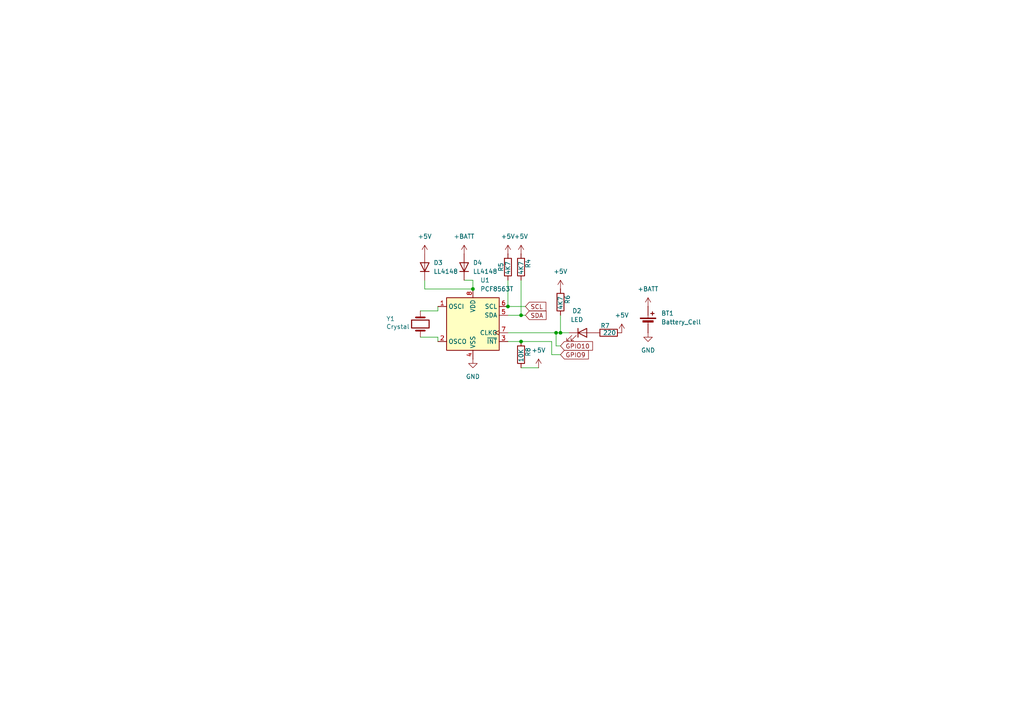
<source format=kicad_sch>
(kicad_sch (version 20250114) (generator "eeschema") (generator_version "9.0")
  (paper "A4")
  (title_block (title "Raspberry Pi Pico Logger - RTC") (date "2025-06-21") (rev "2.0") (company "Creator: Piotr Kłyś"))
  (lib_symbols
    (symbol "Device:Battery_Cell" (pin_numbers (hide yes)) (pin_names (offset 0) (hide yes))
      (property "Reference" "BT" (at 2.54 2.54 0))
      (property "Value" "Battery_Cell" (at 2.54 0 0))
      (symbol "Battery_Cell_0_1"
        (rectangle (start -2.286 1.778) (end 2.286 1.524) (fill (type outline)))
        (rectangle (start -1.524 1.016) (end 1.524 0.508) (fill (type outline)))
        (polyline (pts (xy 0 1.778) (xy 0 2.54)))
        (polyline (pts (xy 0 0.762) (xy 0 0)))
        (polyline (pts (xy 0.762 3.048) (xy 1.778 3.048)) (stroke (width 0.254)))
        (polyline (pts (xy 1.27 3.556) (xy 1.27 2.54)) (stroke (width 0.254)))
      )
      (symbol "Battery_Cell_1_1"
        (pin passive line (at 0 5.08 270) (length 2.54) (name "+") (number "1"))
        (pin passive line (at 0 -2.54 90) (length 2.54) (name "-") (number "2"))
      )
    )
    (symbol "Device:Crystal" (pin_numbers (hide yes)) (pin_names (offset 1.016) (hide yes))
      (property "Reference" "Y" (at 0 3.81 0))
      (property "Value" "Crystal" (at 0 -3.81 0))
      (symbol "Crystal_0_1"
        (polyline (pts (xy -2.54 0) (xy -1.905 0)))
        (polyline (pts (xy -1.905 -1.27) (xy -1.905 1.27)) (stroke (width 0.508)))
        (rectangle (start -1.143 2.54) (end 1.143 -2.54) (stroke (width 0.3048)))
        (polyline (pts (xy 1.905 -1.27) (xy 1.905 1.27)) (stroke (width 0.508)))
        (polyline (pts (xy 2.54 0) (xy 1.905 0)))
      )
      (symbol "Crystal_1_1"
        (pin passive line (at -3.81 0 0) (length 1.27) (name "1") (number "1"))
        (pin passive line (at 3.81 0 180) (length 1.27) (name "2") (number "2"))
      )
    )
    (symbol "Device:LED" (pin_numbers (hide yes)) (pin_names (offset 1.016) (hide yes))
      (property "Reference" "D" (at 0 2.54 0))
      (property "Value" "LED" (at 0 -2.54 0))
      (symbol "LED_0_1"
        (polyline (pts (xy -3.048 -0.762) (xy -4.572 -2.286) (xy -3.81 -2.286) (xy -4.572 -2.286) (xy -4.572 -1.524)))
        (polyline (pts (xy -1.778 -0.762) (xy -3.302 -2.286) (xy -2.54 -2.286) (xy -3.302 -2.286) (xy -3.302 -1.524)))
        (polyline (pts (xy -1.27 0) (xy 1.27 0)))
        (polyline (pts (xy -1.27 -1.27) (xy -1.27 1.27)) (stroke (width 0.254)))
        (polyline (pts (xy 1.27 -1.27) (xy 1.27 1.27) (xy -1.27 0) (xy 1.27 -1.27)) (stroke (width 0.254)))
      )
      (symbol "LED_1_1"
        (pin passive line (at -3.81 0 0) (length 2.54) (name "K") (number "1"))
        (pin passive line (at 3.81 0 180) (length 2.54) (name "A") (number "2"))
      )
    )
    (symbol "Device:R" (pin_numbers (hide yes)) (pin_names (offset 0))
      (property "Reference" "R" (at 2.032 0 90))
      (property "Value" "R" (at 0 0 90))
      (symbol "R_0_1"
        (rectangle (start -1.016 -2.54) (end 1.016 2.54) (stroke (width 0.254)))
      )
      (symbol "R_1_1"
        (pin passive line (at 0 3.81 270) (length 1.27) (name "~") (number "1"))
        (pin passive line (at 0 -3.81 90) (length 1.27) (name "~") (number "2"))
      )
    )
    (symbol "Diode:LL4148" (pin_numbers (hide yes)) (pin_names (hide yes))
      (property "Reference" "D" (at 0 2.54 0))
      (property "Value" "LL4148" (at 0 -2.54 0))
      (symbol "LL4148_0_1"
        (polyline (pts (xy -1.27 1.27) (xy -1.27 -1.27)) (stroke (width 0.254)))
        (polyline (pts (xy 1.27 1.27) (xy 1.27 -1.27) (xy -1.27 0) (xy 1.27 1.27)) (stroke (width 0.254)))
        (polyline (pts (xy 1.27 0) (xy -1.27 0)))
      )
      (symbol "LL4148_1_1"
        (pin passive line (at -3.81 0 0) (length 2.54) (name "K") (number "1"))
        (pin passive line (at 3.81 0 180) (length 2.54) (name "A") (number "2"))
      )
    )
    (symbol "Timer_RTC:PCF8563T"
      (property "Reference" "U" (at -7.62 8.89 0))
      (property "Value" "PCF8563T" (at 2.54 8.89 0))
      (symbol "PCF8563T_0_1"
        (rectangle (start -7.62 7.62) (end 7.62 -7.62) (stroke (width 0.254)) (fill (type background)))
      )
      (symbol "PCF8563T_1_1"
        (pin input line (at -10.16 5.08 0) (length 2.54) (name "OSCI") (number "1"))
        (pin output line (at -10.16 -5.08 0) (length 2.54) (name "OSCO") (number "2"))
        (pin power_in line (at 0 10.16 270) (length 2.54) (name "VDD") (number "8"))
        (pin power_in line (at 0 -10.16 90) (length 2.54) (name "VSS") (number "4"))
        (pin input line (at 10.16 5.08 180) (length 2.54) (name "SCL") (number "6"))
        (pin bidirectional line (at 10.16 2.54 180) (length 2.54) (name "SDA") (number "5"))
        (pin output clock (at 10.16 -2.54 180) (length 2.54) (name "CLKO") (number "7"))
        (pin output line (at 10.16 -5.08 180) (length 2.54) (name "~{INT}") (number "3"))
      )
    )
    (symbol "power:+5V" (power) (pin_numbers (hide yes)) (pin_names (offset 0) (hide yes))
      (property "Value" "+5V" (at 0 3.556 0))
      (symbol "+5V_0_1"
        (polyline (pts (xy -0.762 1.27) (xy 0 2.54)))
        (polyline (pts (xy 0 2.54) (xy 0.762 1.27)))
        (polyline (pts (xy 0 0) (xy 0 2.54)))
      )
      (symbol "+5V_1_1"
        (pin power_in line (at 0 0 90) (length 0) (name "~") (number "1"))
      )
    )
    (symbol "power:+BATT" (power) (pin_numbers (hide yes)) (pin_names (offset 0) (hide yes))
      (property "Value" "+BATT" (at 0 3.556 0))
      (symbol "+BATT_0_1"
        (polyline (pts (xy -0.762 1.27) (xy 0 2.54)))
        (polyline (pts (xy 0 2.54) (xy 0.762 1.27)))
        (polyline (pts (xy 0 0) (xy 0 2.54)))
      )
      (symbol "+BATT_1_1"
        (pin power_in line (at 0 0 90) (length 0) (name "~") (number "1"))
      )
    )
    (symbol "power:GND" (power) (pin_numbers (hide yes)) (pin_names (offset 0) (hide yes))
      (property "Value" "GND" (at 0 -3.81 0))
      (symbol "GND_0_1"
        (polyline (pts (xy 0 0) (xy 0 -1.27) (xy 1.27 -1.27) (xy 0 -2.54) (xy -1.27 -1.27) (xy 0 -1.27)))
      )
      (symbol "GND_1_1"
        (pin power_in line (at 0 0 270) (length 0) (name "~") (number "1"))
      )
    )
  )
  (junction (at 137.16 83.82))
  (junction (at 151.13 91.44))
  (junction (at 161.29 96.52))
  (junction (at 147.32 88.9))
  (junction (at 151.13 99.06))
  (junction (at 162.56 96.52))
  (wire (pts (xy 151.13 81.28) (xy 151.13 91.44)))
  (wire (pts (xy 160.02 102.87) (xy 160.02 99.06)))
  (wire (pts (xy 162.56 91.44) (xy 162.56 96.52)))
  (wire (pts (xy 147.32 96.52) (xy 161.29 96.52)))
  (wire (pts (xy 160.02 99.06) (xy 151.13 99.06)))
  (wire (pts (xy 123.19 81.28) (xy 123.19 83.82)))
  (wire (pts (xy 151.13 91.44) (xy 152.4 91.44)))
  (wire (pts (xy 147.32 88.9) (xy 152.4 88.9)))
  (wire (pts (xy 151.13 106.68) (xy 156.21 106.68)))
  (wire (pts (xy 162.56 102.87) (xy 160.02 102.87)))
  (wire (pts (xy 121.92 90.17) (xy 127 90.17)))
  (wire (pts (xy 161.29 100.33) (xy 161.29 96.52)))
  (wire (pts (xy 162.56 100.33) (xy 161.29 100.33)))
  (wire (pts (xy 127 90.17) (xy 127 88.9)))
  (wire (pts (xy 134.62 81.28) (xy 137.16 81.28)))
  (wire (pts (xy 147.32 81.28) (xy 147.32 88.9)))
  (wire (pts (xy 137.16 81.28) (xy 137.16 83.82)))
  (wire (pts (xy 162.56 96.52) (xy 165.1 96.52)))
  (wire (pts (xy 121.92 97.79) (xy 127 97.79)))
  (wire (pts (xy 147.32 99.06) (xy 151.13 99.06)))
  (wire (pts (xy 161.29 96.52) (xy 162.56 96.52)))
  (wire (pts (xy 127 97.79) (xy 127 99.06)))
  (wire (pts (xy 123.19 83.82) (xy 137.16 83.82)))
  (wire (pts (xy 147.32 91.44) (xy 151.13 91.44)))
  (global_label "GPIO10" (shape input) (at 162.56 100.33 0) (property "Intersheetrefs" "${INTERSHEET_REFS}" (effects (hide yes))))
  (global_label "SDA" (shape input) (at 152.4 91.44 0) (property "Intersheetrefs" "${INTERSHEET_REFS}" (effects (hide yes))))
  (global_label "SCL" (shape input) (at 152.4 88.9 0) (property "Intersheetrefs" "${INTERSHEET_REFS}" (effects (hide yes))))
  (global_label "GPIO9" (shape input) (at 162.56 102.87 0) (property "Intersheetrefs" "${INTERSHEET_REFS}" (effects (hide yes))))
  (symbol (lib_id "Device:R") (at 151.13 102.87 0) (unit 1)
    (property "Reference" "R8" (at 153.162 102.108 90))
    (property "Value" "10K" (at 151.13 103.124 90))
    (property "Footprint" "Resistor_SMD:R_0805_2012Metric" (effects (hide yes)))
    (property "Description" "Resistor" (effects (hide yes)))
  )
  (symbol (lib_id "power:+5V") (at 123.19 73.66 0) (unit 1)
    (property "Reference" "#PWR024" (effects (hide yes)))
    (property "Value" "+5V" (at 123.19 68.58 0))
    (property "Description" "Power symbol creates a global label with name \"+5V\"" (effects (hide yes)))
  )
  (symbol (lib_id "Device:R") (at 162.56 87.63 0) (unit 1)
    (property "Reference" "R6" (at 164.592 86.868 90))
    (property "Value" "4K7" (at 162.56 87.884 90))
    (property "Footprint" "Resistor_SMD:R_0805_2012Metric" (effects (hide yes)))
    (property "Description" "Resistor" (effects (hide yes)))
  )
  (symbol (lib_id "Diode:LL4148") (at 134.62 77.47 90) (unit 1)
    (property "Reference" "D4" (at 137.16 76.1999 90) (effects (justify right)))
    (property "Value" "LL4148" (at 137.16 78.7399 90) (effects (justify right)))
    (property "Footprint" "Diode_SMD:D_MiniMELF" (effects (hide yes)))
    (property "Datasheet" "http://www.vishay.com/docs/85557/ll4148.pdf" (effects (hide yes)))
    (property "Description" "100V 0.15A standard switching diode, MiniMELF" (effects (hide yes)))
    (property "Sim.Device" "D" (effects (hide yes)))
    (property "Sim.Pins" "1=K 2=A" (effects (hide yes)))
  )
  (symbol (lib_id "Device:R") (at 151.13 77.47 0) (unit 1)
    (property "Reference" "R4" (at 153.162 76.454 90))
    (property "Value" "4K7" (at 151.13 77.724 90))
    (property "Footprint" "Resistor_SMD:R_0805_2012Metric" (effects (hide yes)))
    (property "Description" "Resistor" (effects (hide yes)))
  )
  (symbol (lib_id "power:+5V") (at 162.56 83.82 0) (unit 1)
    (property "Reference" "#PWR015" (effects (hide yes)))
    (property "Value" "+5V" (at 162.56 78.74 0))
    (property "Description" "Power symbol creates a global label with name \"+5V\"" (effects (hide yes)))
  )
  (symbol (lib_id "Device:R") (at 176.53 96.52 90) (unit 1)
    (property "Reference" "R7" (at 175.514 94.488 90))
    (property "Value" "220" (at 176.784 96.52 90))
    (property "Footprint" "Resistor_SMD:R_0805_2012Metric" (effects (hide yes)))
    (property "Description" "Resistor" (effects (hide yes)))
  )
  (symbol (lib_id "Device:Battery_Cell") (at 187.96 93.98 0) (unit 1)
    (property "Reference" "BT1" (at 191.77 90.8684 0) (effects (justify left)))
    (property "Value" "Battery_Cell" (at 191.77 93.4084 0) (effects (justify left)))
    (property "Footprint" "Battery:BatteryHolder_Keystone_104_1x23mm" (effects (hide yes)))
    (property "Description" "Single-cell battery" (effects (hide yes)))
  )
  (symbol (lib_id "Device:R") (at 147.32 77.47 0) (unit 1)
    (property "Reference" "R5" (at 145.288 77.47 90))
    (property "Value" "4K7" (at 147.32 77.724 90))
    (property "Footprint" "Resistor_SMD:R_0805_2012Metric" (effects (hide yes)))
    (property "Description" "Resistor" (effects (hide yes)))
  )
  (symbol (lib_id "power:+BATT") (at 187.96 88.9 0) (unit 1)
    (property "Reference" "#PWR018" (effects (hide yes)))
    (property "Value" "+BATT" (at 187.96 83.82 0))
    (property "Description" "Power symbol creates a global label with name \"+BATT\"" (effects (hide yes)))
  )
  (symbol (lib_id "Timer_RTC:PCF8563T") (at 137.16 93.98 0) (unit 1)
    (property "Reference" "U1" (at 139.3033 81.28 0) (effects (justify left)))
    (property "Value" "PCF8563T" (at 139.3033 83.82 0) (effects (justify left)))
    (property "Footprint" "Package_SO:SOIC-8_3.9x4.9mm_P1.27mm" (effects (hide yes)))
    (property "Datasheet" "https://www.nxp.com/docs/en/data-sheet/PCF8563.pdf" (effects (hide yes)))
    (property "Description" "Realtime Clock/Calendar I2C Interface, SOIC-8" (effects (hide yes)))
  )
  (symbol (lib_id "power:+5V") (at 151.13 73.66 0) (unit 1)
    (property "Reference" "#PWR011" (effects (hide yes)))
    (property "Value" "+5V" (at 151.13 68.58 0))
    (property "Description" "Power symbol creates a global label with name \"+5V\"" (effects (hide yes)))
  )
  (symbol (lib_id "Device:LED") (at 168.91 96.52 0) (unit 1)
    (property "Reference" "D2" (at 167.3225 90.17 0))
    (property "Value" "LED" (at 167.3225 92.71 0))
    (property "Footprint" "LED_SMD:LED_0805_2012Metric" (effects (hide yes)))
    (property "Description" "Light emitting diode" (effects (hide yes)))
    (property "Sim.Pins" "1=K 2=A" (effects (hide yes)))
  )
  (symbol (lib_id "power:+5V") (at 156.21 106.68 0) (unit 1)
    (property "Reference" "#PWR029" (effects (hide yes)))
    (property "Value" "+5V" (at 156.21 101.6 0))
    (property "Description" "Power symbol creates a global label with name \"+5V\"" (effects (hide yes)))
  )
  (symbol (lib_id "Diode:LL4148") (at 123.19 77.47 90) (unit 1)
    (property "Reference" "D3" (at 125.73 76.1999 90) (effects (justify right)))
    (property "Value" "LL4148" (at 125.73 78.7399 90) (effects (justify right)))
    (property "Footprint" "Diode_SMD:D_MiniMELF" (effects (hide yes)))
    (property "Datasheet" "http://www.vishay.com/docs/85557/ll4148.pdf" (effects (hide yes)))
    (property "Description" "100V 0.15A standard switching diode, MiniMELF" (effects (hide yes)))
    (property "Sim.Device" "D" (effects (hide yes)))
    (property "Sim.Pins" "1=K 2=A" (effects (hide yes)))
  )
  (symbol (lib_id "power:GND") (at 137.16 104.14 0) (unit 1)
    (property "Reference" "#PWR025" (effects (hide yes)))
    (property "Value" "GND" (at 137.16 109.22 0))
    (property "Description" "Power symbol creates a global label with name \"GND\" , ground" (effects (hide yes)))
  )
  (symbol (lib_id "power:GND") (at 187.96 96.52 0) (unit 1)
    (property "Reference" "#PWR035" (effects (hide yes)))
    (property "Value" "GND" (at 187.96 101.6 0))
    (property "Description" "Power symbol creates a global label with name \"GND\" , ground" (effects (hide yes)))
  )
  (symbol (lib_id "power:+5V") (at 147.32 73.66 0) (unit 1)
    (property "Reference" "#PWR010" (effects (hide yes)))
    (property "Value" "+5V" (at 147.32 68.58 0))
    (property "Description" "Power symbol creates a global label with name \"+5V\"" (effects (hide yes)))
  )
  (symbol (lib_id "power:+5V") (at 180.34 96.52 0) (unit 1)
    (property "Reference" "#PWR017" (effects (hide yes)))
    (property "Value" "+5V" (at 180.34 91.44 0))
    (property "Description" "Power symbol creates a global label with name \"+5V\"" (effects (hide yes)))
  )
  (symbol (lib_id "Device:Crystal") (at 121.92 93.98 90) (unit 1)
    (property "Reference" "Y1" (at 112.014 92.456 90) (effects (justify right)))
    (property "Value" "Crystal" (at 112.014 94.742 90) (effects (justify right)))
    (property "Footprint" "Crystal:Crystal_SMD_3215-2Pin_3.2x1.5mm" (effects (hide yes)))
    (property "Description" "Two pin crystal" (effects (hide yes)))
  )
  (symbol (lib_id "power:+BATT") (at 134.62 73.66 0) (unit 1)
    (property "Reference" "#PWR026" (effects (hide yes)))
    (property "Value" "+BATT" (at 134.62 68.58 0))
    (property "Description" "Power symbol creates a global label with name \"+BATT\"" (effects (hide yes)))
  )
)
</source>
